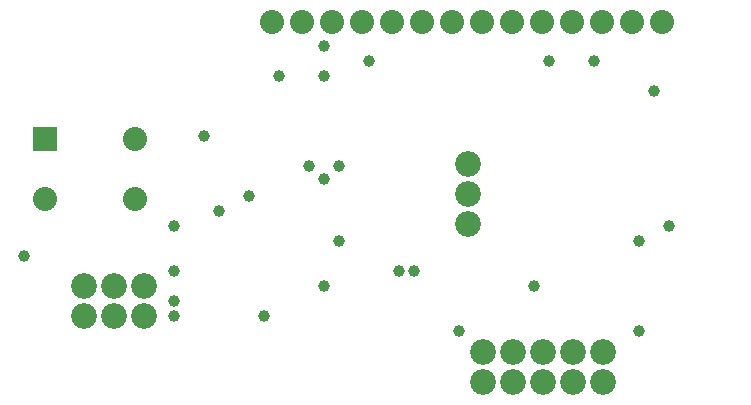
<source format=gbr>
G04 GERBER ASCII OUTPUT FROM: EDWINXP (VER. 1.20 REV. 20030502)*
G04 GERBER FORMAT: RX-274-X*
G04 BOARD: SERIAL_LCD_VER3*
G04 ARTWORK OF SOLD.MASK POSITIVE*
%ASAXBY*%
%FSLAX23Y23*%
%MIA0B0*%
%MOIN*%
%OFA0.0000B0.0000*%
%SFA1B1*%
%IJA0B0*%
%INLAYER30POS*%
%IOA0B0*%
%IPPOS*%
%IR0*%
G04 APERTURE MACROS*
%AMEDWDONUT*
1,1,$1,$2,$3*
1,0,$4,$2,$3*
%
%AMEDWFRECT*
20,1,$1,$2,$3,$4,$5,$6*
%
%AMEDWORECT*
20,1,$1,$2,$3,$4,$5,$10*
20,1,$1,$4,$5,$6,$7,$10*
20,1,$1,$6,$7,$8,$9,$10*
20,1,$1,$8,$9,$2,$3,$10*
1,1,$1,$2,$3*
1,1,$1,$4,$5*
1,1,$1,$6,$7*
1,1,$1,$8,$9*
%
%AMEDWLINER*
20,1,$1,$2,$3,$4,$5,$6*
1,1,$1,$2,$3*
1,1,$1,$4,$5*
%
%AMEDWFTRNG*
4,1,3,$1,$2,$3,$4,$5,$6,$7,$8,$9*
%
%AMEDWATRNG*
4,1,3,$1,$2,$3,$4,$5,$6,$7,$8,$9*
20,1,$11,$1,$2,$3,$4,$10*
20,1,$11,$3,$4,$5,$6,$10*
20,1,$11,$5,$6,$7,$8,$10*
1,1,$11,$3,$4*
1,1,$11,$5,$6*
1,1,$11,$7,$8*
%
%AMEDWOTRNG*
20,1,$1,$2,$3,$4,$5,$8*
20,1,$1,$4,$5,$6,$7,$8*
20,1,$1,$6,$7,$2,$3,$8*
1,1,$1,$2,$3*
1,1,$1,$4,$5*
1,1,$1,$6,$7*
%
G04*
G04 APERTURE LIST*
%ADD10R,0.0500X0.0580*%
%ADD11R,0.0740X0.0820*%
%ADD12R,0.0400X0.0480*%
%ADD13R,0.0640X0.0720*%
%ADD14R,0.0650X0.0700*%
%ADD15R,0.0890X0.0940*%
%ADD16R,0.0550X0.0600*%
%ADD17R,0.0790X0.0840*%
%ADD18R,0.0700X0.0650*%
%ADD19R,0.0940X0.0890*%
%ADD20R,0.0600X0.0550*%
%ADD21R,0.0840X0.0790*%
%ADD22R,0.0900X0.0350*%
%ADD23R,0.1140X0.0590*%
%ADD24R,0.0800X0.0250*%
%ADD25R,0.1040X0.0490*%
%ADD26R,0.0800X0.0800*%
%ADD27R,0.1040X0.1040*%
%ADD28R,0.0700X0.0700*%
%ADD29R,0.0940X0.0940*%
%ADD30C,0.0010*%
%ADD32C,0.0020*%
%ADD33R,0.0020X0.0020*%
%ADD34C,0.0030*%
%ADD35R,0.0030X0.0030*%
%ADD36C,0.0040*%
%ADD37R,0.0040X0.0040*%
%ADD38C,0.0050*%
%ADD39R,0.0050X0.0050*%
%ADD40C,0.00787*%
%ADD41R,0.00787X0.00787*%
%ADD42C,0.00795*%
%ADD44C,0.00894*%
%ADD46C,0.00984*%
%ADD47R,0.00984X0.00984*%
%ADD48C,0.0120*%
%ADD50C,0.01299*%
%ADD52C,0.01969*%
%ADD53R,0.01969X0.01969*%
%ADD54C,0.0250*%
%ADD56C,0.02784*%
%ADD58C,0.0280*%
%ADD60C,0.0290*%
%ADD62C,0.0300*%
%ADD64C,0.03195*%
%ADD66C,0.03294*%
%ADD68C,0.0360*%
%ADD70C,0.03699*%
%ADD72C,0.03937*%
%ADD73R,0.03937X0.03937*%
%ADD74C,0.0490*%
%ADD76C,0.0500*%
%ADD77R,0.0500X0.0500*%
%ADD78C,0.05184*%
%ADD80C,0.0540*%
%ADD82C,0.05487*%
%ADD84C,0.0560*%
%ADD86C,0.05906*%
%ADD87R,0.05906X0.05906*%
%ADD88C,0.0600*%
%ADD89R,0.0600X0.0600*%
%ADD90C,0.0620*%
%ADD92C,0.06906*%
%ADD93R,0.06906X0.06906*%
%ADD94C,0.0700*%
%ADD95R,0.0700X0.0700*%
%ADD96C,0.07087*%
%ADD98C,0.07887*%
%ADD100C,0.0800*%
%ADD102C,0.0860*%
%ADD104C,0.08858*%
%ADD105R,0.08858X0.08858*%
%ADD106C,0.0940*%
%ADD108C,0.09843*%
%ADD109R,0.09843X0.09843*%
%ADD110C,0.1040*%
%ADD112C,0.1100*%
%ADD115R,0.11258X0.11258*%
%ADD117R,0.12243X0.12243*%
%ADD118C,0.22243*%
%ADD119R,0.22243X0.22243*%
%ADD120C,0.32243*%
%ADD121R,0.32243X0.32243*%
%ADD122C,0.42243*%
%ADD123R,0.42243X0.42243*%
%ADD124C,0.52243*%
%ADD125R,0.52243X0.52243*%
%ADD126C,0.62243*%
%ADD127R,0.62243X0.62243*%
%ADD128C,0.72243*%
%ADD129R,0.72243X0.72243*%
%ADD130C,0.82243*%
%ADD131R,0.82243X0.82243*%
%ADD132C,0.92243*%
%ADD133R,0.92243X0.92243*%
%ADD134C,1.02243*%
%ADD135R,1.02243X1.02243*%
%ADD136C,1.12243*%
%ADD137R,1.12243X1.12243*%
%ADD138C,1.22243*%
%ADD139R,1.22243X1.22243*%
%ADD140C,1.32243*%
%ADD141R,1.32243X1.32243*%
%ADD142C,1.42243*%
%ADD143R,1.42243X1.42243*%
%ADD144C,1.52243*%
%ADD145R,1.52243X1.52243*%
%ADD146C,1.62243*%
%ADD147R,1.62243X1.62243*%
%ADD148C,1.72243*%
%ADD149R,1.72243X1.72243*%
%ADD150C,1.82243*%
%ADD151R,1.82243X1.82243*%
%ADD152C,1.92243*%
%ADD153R,1.92243X1.92243*%
G04*
D102*
X2231Y217D02*D03*
X2231Y117D02*D03*
X2131Y217D02*D03*
X2131Y117D02*D03*
X2031Y217D02*D03*
X2031Y117D02*D03*
X1931Y217D02*D03*
X1931Y117D02*D03*
X1831Y217D02*D03*
X1831Y117D02*D03*
D100*
X2628Y1319D02*D03*
X2528Y1319D02*D03*
X2428Y1319D02*D03*
X2328Y1319D02*D03*
X2228Y1319D02*D03*
X2128Y1319D02*D03*
X2028Y1319D02*D03*
X1928Y1319D02*D03*
X1828Y1319D02*D03*
X1728Y1319D02*D03*
X1628Y1319D02*D03*
X1528Y1319D02*D03*
X1428Y1319D02*D03*
X1328Y1319D02*D03*
X1228Y1319D02*D03*
X1128Y1319D02*D03*
D102*
X1781Y846D02*D03*
X1781Y746D02*D03*
X1781Y646D02*D03*
X502Y340D02*D03*
X602Y340D02*D03*
X702Y340D02*D03*
D26* 
X374Y928D02*D03*
D100*
X374Y728D02*D03*
X674Y728D02*D03*
X674Y928D02*D03*
D102*
X702Y440D02*D03*
X602Y440D02*D03*
X502Y440D02*D03*
D72* 
X1302Y796D02*D03*
X2452Y640D02*D03*
X2402Y1090D02*D03*
X2052Y1190D02*D03*
X2202Y1190D02*D03*
X302Y540D02*D03*
X2002Y440D02*D03*
X1302Y440D02*D03*
X1452Y1190D02*D03*
X1302Y1140D02*D03*
X802Y340D02*D03*
X802Y640D02*D03*
X1152Y1140D02*D03*
X1052Y740D02*D03*
X2552Y790D02*D03*
X1102Y340D02*D03*
X2352Y590D02*D03*
X1352Y590D02*D03*
X1352Y840D02*D03*
X1302Y1240D02*D03*
X802Y390D02*D03*
X1752Y290D02*D03*
X952Y690D02*D03*
X1252Y840D02*D03*
X1602Y490D02*D03*
X802Y490D02*D03*
X1552Y490D02*D03*
X902Y940D02*D03*
X2352Y290D02*D03*
M02*

</source>
